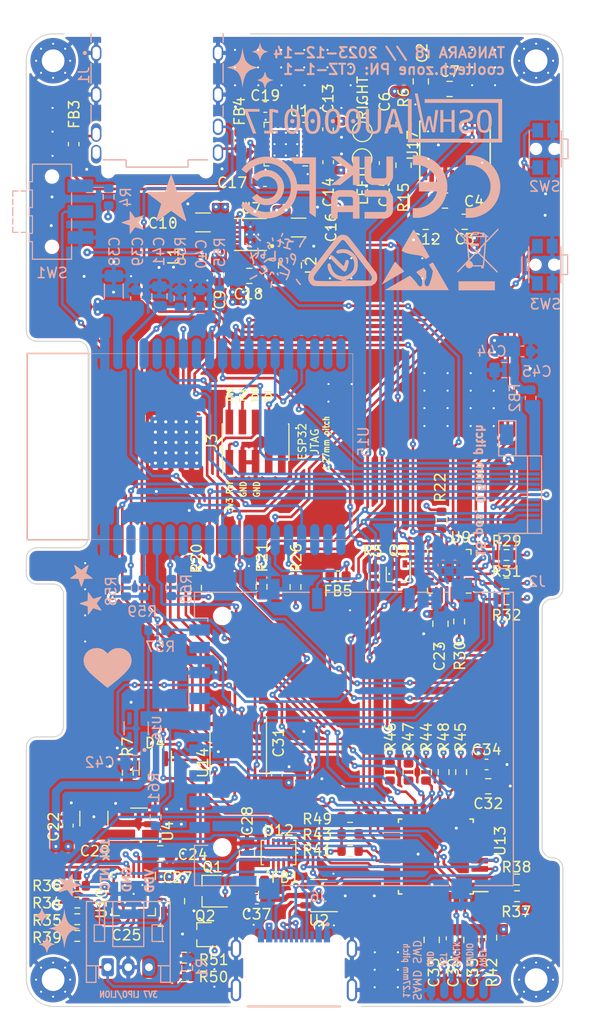
<source format=kicad_pcb>
(kicad_pcb (version 20221018) (generator pcbnew)

  (general
    (thickness 1.566672)
  )

  (paper "A4")
  (title_block
    (comment 4 "AISLER Project ID: ATEUINQR")
  )

  (layers
    (0 "F.Cu" signal)
    (1 "In1.Cu" signal)
    (2 "In2.Cu" signal)
    (31 "B.Cu" signal)
    (32 "B.Adhes" user "B.Adhesive")
    (33 "F.Adhes" user "F.Adhesive")
    (34 "B.Paste" user)
    (35 "F.Paste" user)
    (36 "B.SilkS" user "B.Silkscreen")
    (37 "F.SilkS" user "F.Silkscreen")
    (38 "B.Mask" user)
    (39 "F.Mask" user)
    (40 "Dwgs.User" user "User.Drawings")
    (41 "Cmts.User" user "User.Comments")
    (42 "Eco1.User" user "User.Eco1")
    (43 "Eco2.User" user "User.Eco2")
    (44 "Edge.Cuts" user)
    (45 "Margin" user)
    (46 "B.CrtYd" user "B.Courtyard")
    (47 "F.CrtYd" user "F.Courtyard")
    (48 "B.Fab" user)
    (49 "F.Fab" user)
    (50 "User.1" user)
    (51 "User.2" user)
    (52 "User.3" user)
    (53 "User.4" user)
    (54 "User.5" user)
    (55 "User.6" user)
    (56 "User.7" user)
    (57 "User.8" user)
    (58 "User.9" user)
  )

  (setup
    (stackup
      (layer "F.SilkS" (type "Top Silk Screen") (color "White"))
      (layer "F.Paste" (type "Top Solder Paste"))
      (layer "F.Mask" (type "Top Solder Mask") (color "Purple") (thickness 0.0254))
      (layer "F.Cu" (type "copper") (thickness 0.04318))
      (layer "dielectric 1" (type "prepreg") (thickness 0.202184) (material "FR408-HR") (epsilon_r 3.69) (loss_tangent 0.0091))
      (layer "In1.Cu" (type "copper") (thickness 0.017272))
      (layer "dielectric 2" (type "core") (thickness 0.9906) (material "FR408-HR") (epsilon_r 3.69) (loss_tangent 0.0091))
      (layer "In2.Cu" (type "copper") (thickness 0.017272))
      (layer "dielectric 3" (type "prepreg") (thickness 0.202184) (material "FR408-HR") (epsilon_r 3.69) (loss_tangent 0.0091))
      (layer "B.Cu" (type "copper") (thickness 0.04318))
      (layer "B.Mask" (type "Bottom Solder Mask") (color "Purple") (thickness 0.0254))
      (layer "B.Paste" (type "Bottom Solder Paste"))
      (layer "B.SilkS" (type "Bottom Silk Screen") (color "White"))
      (copper_finish "None")
      (dielectric_constraints no)
    )
    (pad_to_mask_clearance 0)
    (aux_axis_origin 117.25 51)
    (pcbplotparams
      (layerselection 0x00010fc_ffffffff)
      (plot_on_all_layers_selection 0x0000000_00000000)
      (disableapertmacros false)
      (usegerberextensions true)
      (usegerberattributes true)
      (usegerberadvancedattributes true)
      (creategerberjobfile true)
      (dashed_line_dash_ratio 12.000000)
      (dashed_line_gap_ratio 3.000000)
      (svgprecision 6)
      (plotframeref false)
      (viasonmask false)
      (mode 1)
      (useauxorigin false)
      (hpglpennumber 1)
      (hpglpenspeed 20)
      (hpglpendiameter 15.000000)
      (dxfpolygonmode true)
      (dxfimperialunits true)
      (dxfusepcbnewfont true)
      (psnegative false)
      (psa4output false)
      (plotreference true)
      (plotvalue true)
      (plotinvisibletext false)
      (sketchpadsonfab false)
      (subtractmaskfromsilk false)
      (outputformat 1)
      (mirror false)
      (drillshape 0)
      (scaleselection 1)
      (outputdirectory "gerbers2")
    )
  )

  (net 0 "")
  (net 1 "GND")
  (net 2 "/ESP_EN")
  (net 3 "BAT_LEVEL")
  (net 4 "SYS_POWER")
  (net 5 "USB.DP")
  (net 6 "USB.DN")
  (net 7 "3.5mm_DETECT")
  (net 8 "/JTAG.TMS")
  (net 9 "/JTAG.TCK")
  (net 10 "/JTAG.TDO")
  (net 11 "/JTAG.TDI")
  (net 12 "/SWD.SWDIO")
  (net 13 "/SWD.SWCLK")
  (net 14 "/SWD.RESET")
  (net 15 "/Power/NTC")
  (net 16 "~{CHG_PWR_OK}")
  (net 17 "I2C.SCL")
  (net 18 "VBUS")
  (net 19 "I2C.SDA")
  (net 20 "ESP_SPI.PICO")
  (net 21 "/Peripherals/~{DISPLAY_RST}")
  (net 22 "ESP_SPI.SCLK")
  (net 23 "ESP_SPI.DISPLAY_CS")
  (net 24 "DISPLAY_LED_EN")
  (net 25 "/ESP_BOOT")
  (net 26 "~{SD_VDD_EN}")
  (net 27 "/UART.ESP.TX")
  (net 28 "ESP_SPI.POCI")
  (net 29 "DAC.DATA")
  (net 30 "DAC.BCK")
  (net 31 "ESP_SPI.SD_CS")
  (net 32 "DAC.LRCK")
  (net 33 "SAMD_SPI.POCI")
  (net 34 "/UART.ESP.RX")
  (net 35 "SAMD_SPI.CS")
  (net 36 "SAMD_SPI.PICO")
  (net 37 "/~{SAMD_INT}")
  (net 38 "SAMD_SPI.SCLK")
  (net 39 "CHG_SEL")
  (net 40 "AMP_EN")
  (net 41 "/Power/VBUS_SWITCHED")
  (net 42 "~{GPIO_INT}")
  (net 43 "USB_TCC0")
  (net 44 "USB_TCC1")
  (net 45 "KEY_LOCK")
  (net 46 "CHG_STAT1")
  (net 47 "CHG_STAT2")
  (net 48 "~{TOUCH_INT}")
  (net 49 "DISPLAY_DR")
  (net 50 "+3V3")
  (net 51 "+5VA")
  (net 52 "-5VA")
  (net 53 "KEY_VOL_UP")
  (net 54 "Net-(J7-Pin_3)")
  (net 55 "Net-(U1B-+)")
  (net 56 "KEY_VOL_DOWN")
  (net 57 "Net-(J4-CD{slash}DAT3)")
  (net 58 "Net-(J4-CMD)")
  (net 59 "Net-(J4-CLK)")
  (net 60 "Net-(J4-DAT0)")
  (net 61 "Net-(J4-DAT1)")
  (net 62 "Net-(J4-DAT2)")
  (net 63 "unconnected-(J1-Pad6)")
  (net 64 "Net-(J6-CC1)")
  (net 65 "Net-(U13-VDDCORE)")
  (net 66 "unconnected-(J3-UART_TX-Pad7)")
  (net 67 "unconnected-(J3-UART_RX-Pad9)")
  (net 68 "unconnected-(J3-nRst-Pad10)")
  (net 69 "unconnected-(J6-SBU1-PadA8)")
  (net 70 "unconnected-(J6-SBU2-PadB8)")
  (net 71 "Net-(U7-SWN)")
  (net 72 "Net-(U7-SWP)")
  (net 73 "Net-(Q1-G)")
  (net 74 "Net-(U1A-+)")
  (net 75 "Net-(U1A--)")
  (net 76 "Net-(C17-Pad2)")
  (net 77 "Net-(U1B--)")
  (net 78 "Net-(C19-Pad2)")
  (net 79 "Net-(U14E-~{OE})")
  (net 80 "Net-(U14E-S)")
  (net 81 "SYS_PWR_EN_SAMD")
  (net 82 "Net-(U10-CE)")
  (net 83 "Net-(U10-PROG3)")
  (net 84 "Net-(U10-PROG2)")
  (net 85 "Net-(U10-PROG1)")
  (net 86 "unconnected-(U1C-NC-Pad4)")
  (net 87 "unconnected-(U1-Pad6)")
  (net 88 "unconnected-(U1-Pad7)")
  (net 89 "unconnected-(U1-Pad8)")
  (net 90 "unconnected-(U1C-NC-Pad15)")
  (net 91 "unconnected-(U12-ORIENT-Pad8)")
  (net 92 "unconnected-(U12-SWMONI-Pad9)")
  (net 93 "unconnected-(U15-I39{slash}NOINT-Pad5)")
  (net 94 "unconnected-(U15-SHD{slash}SD2-Pad17)")
  (net 95 "unconnected-(U15-SWP{slash}SD3-Pad18)")
  (net 96 "unconnected-(U15-SCS{slash}CMD-Pad19)")
  (net 97 "unconnected-(U15-SCK{slash}CLK-Pad20)")
  (net 98 "unconnected-(U15-SDO{slash}SD0-Pad21)")
  (net 99 "unconnected-(U15-SDI{slash}SD1-Pad22)")
  (net 100 "unconnected-(U15-IO16-Pad27)")
  (net 101 "unconnected-(U15-IO17-Pad28)")
  (net 102 "unconnected-(U15-NC-Pad32)")
  (net 103 "Net-(J2-Pin_13)")
  (net 104 "Net-(FB3-Pad2)")
  (net 105 "Net-(FB4-Pad2)")
  (net 106 "Net-(J4-VDD)")
  (net 107 "unconnected-(U16-NC-Pad4)")
  (net 108 "Net-(SW1-C)")
  (net 109 "Net-(Q1-S)")
  (net 110 "DAC.MCK")
  (net 111 "SD_CD")
  (net 112 "Net-(U17-CPCA)")
  (net 113 "Net-(U17-CPCB)")
  (net 114 "unconnected-(U1-Pad1)")
  (net 115 "Net-(U17-VMID)")
  (net 116 "Net-(U17-CPVOUTN)")
  (net 117 "unconnected-(U1-Pad23)")
  (net 118 "Net-(U17-LINEVOUTL)")
  (net 119 "Net-(U17-LINEVOUTR)")
  (net 120 "unconnected-(U1-Pad24)")
  (net 121 "unconnected-(U17-ZFLAG-Pad7)")
  (net 122 "unconnected-(U9-IO0_6-Pad7)")
  (net 123 "Net-(Q3-G)")
  (net 124 "unconnected-(U9-IO1_5-Pad15)")
  (net 125 "unconnected-(U9-IO1_6-Pad16)")
  (net 126 "unconnected-(U9-IO1_7-Pad17)")
  (net 127 "Net-(U4-EN)")
  (net 128 "unconnected-(U4-NC-Pad4)")
  (net 129 "unconnected-(U13-PA06-Pad7)")
  (net 130 "unconnected-(U13-PA27-Pad25)")
  (net 131 "unconnected-(U13-PA28-Pad27)")
  (net 132 "Net-(Q2-D)")
  (net 133 "Net-(J6-CC2)")
  (net 134 "unconnected-(U13-PA07-Pad8)")
  (net 135 "unconnected-(U9-IO1_3-Pad13)")
  (net 136 "Net-(J6-DP-PadA6)")
  (net 137 "Net-(J6-DN-PadA7)")
  (net 138 "AMP_MUTE")

  (footprint "Package_TO_SOT_SMD:TSOT-23" (layer "F.Cu") (at 135.476849 134.455179 180))

  (footprint "Package_TO_SOT_SMD:SOT-23-5" (layer "F.Cu") (at 128.415497 127.954481 180))

  (footprint "footprints:MountingHole_2.2mm_M2_Pad_Via2" (layer "F.Cu") (at 166.9 143))

  (footprint "Inductor_SMD:L_1008_2520Metric" (layer "F.Cu") (at 133.801417 72.973879 90))

  (footprint "Capacitor_SMD:C_0805_2012Metric" (layer "F.Cu") (at 130.473198 130.774567))

  (footprint "Resistor_SMD:R_0603_1608Metric" (layer "F.Cu") (at 122.434189 137.149989 180))

  (footprint "Resistor_SMD:R_0603_1608Metric" (layer "F.Cu") (at 151.198456 103.968297 -90))

  (footprint "footprints:QFN-20-1EP_4x4mm_P0.5mm_EP2.5x2.5mm_ThermalVias2" (layer "F.Cu") (at 127.902083 134.695156 -90))

  (footprint "Capacitor_SMD:C_0805_2012Metric" (layer "F.Cu") (at 130.529632 138.571066))

  (footprint "Capacitor_SMD:C_0603_1608Metric" (layer "F.Cu") (at 152.216943 60.416276 -90))

  (footprint "Package_DFN_QFN:HVQFN-24-1EP_4x4mm_P0.5mm_EP2.1x2.1mm" (layer "F.Cu") (at 158.484595 103.47166 180))

  (footprint "Package_TO_SOT_SMD:SOT-23" (layer "F.Cu") (at 130.000805 122.549717 -90))

  (footprint "Resistor_SMD:R_0603_1608Metric" (layer "F.Cu") (at 148.873745 127.25515))

  (footprint "Capacitor_SMD:C_0603_1608Metric" (layer "F.Cu") (at 136.172745 74.724126 -90))

  (footprint "Resistor_SMD:R_0603_1608Metric" (layer "F.Cu") (at 165.049071 134.922126 180))

  (footprint "Resistor_SMD:R_0603_1608Metric" (layer "F.Cu") (at 159.445045 108.327463 90))

  (footprint "Capacitor_SMD:C_0603_1608Metric" (layer "F.Cu") (at 121.530086 128.089529 90))

  (footprint "Package_TO_SOT_SMD:SOT-323_SC-70" (layer "F.Cu") (at 153.539681 103.751753 -90))

  (footprint "Capacitor_SMD:C_0603_1608Metric" (layer "F.Cu") (at 146.738191 60.685697 -90))

  (footprint "Resistor_SMD:R_0603_1608Metric" (layer "F.Cu") (at 165.050103 133.305697 180))

  (footprint "Capacitor_SMD:C_0603_1608Metric" (layer "F.Cu") (at 152.216095 63.952058 90))

  (footprint "footprints:BD91N01NUX-E2" (layer "F.Cu") (at 141.938445 130.694772 90))

  (footprint "Capacitor_SMD:C_0805_2012Metric" (layer "F.Cu") (at 159.982062 69.634671 180))

  (footprint "Resistor_SMD:R_0603_1608Metric" (layer "F.Cu") (at 122.434189 138.766966 180))

  (footprint "Capacitor_SMD:C_0805_2012Metric" (layer "F.Cu") (at 156.782387 139.153476 90))

  (footprint "Inductor_SMD:L_0603_1608Metric" (layer "F.Cu") (at 139.793489 133.408759 180))

  (footprint "Resistor_SMD:R_0603_1608Metric" (layer "F.Cu") (at 148.873745 130.546956))

  (footprint "Resistor_SMD:R_0805_2012Metric" (layer "F.Cu") (at 154.05507 60.232017 -90))

  (footprint "Capacitor_SMD:C_0603_1608Metric" (layer "F.Cu") (at 140.620589 65.704592 180))

  (footprint "Capacitor_SMD:C_0805_2012Metric" (layer "F.Cu") (at 132.103885 135.401996 -90))

  (footprint "Capacitor_SMD:C_0603_1608Metric" (layer "F.Cu") (at 139.845147 135.157118 180))

  (footprint "Resistor_SMD:R_0603_1608Metric" (layer "F.Cu") (at 157.736387 98.523188 90))

  (footprint "Capacitor_SMD:C_0805_2012Metric" (layer "F.Cu") (at 139.111897 74.874786))

  (footprint "Resistor_SMD:R_0603_1608Metric" (layer "F.Cu") (at 122.439406 135.533013))

  (footprint "Resistor_SMD:R_0603_1608Metric" (layer "F.Cu") (at 132.78644 140.877326))

  (footprint "Inductor_SMD:L_1008_2520Metric" (layer "F.Cu") (at 143.044904 73.86026 -90))

  (footprint "Capacitor_SMD:C_0805_2012Metric" (layer "F.Cu") (at 156.207041 69.648592 180))

  (footprint "Capacitor_SMD:C_0805_2012Metric" (layer "F.Cu") (at 158.07357 67.582319 180))

  (footprint "Resistor_SMD:R_0603_1608Metric" (layer "F.Cu") (at 162.554135 138.938126 -90))

  (footprint "Package_SO:TSSOP-16_4.4x5mm_P0.65mm" (layer "F.Cu") (at 138.037154 121.127252 -90))

  (footprint "Capacitor_SMD:C_0805_2012Metric" (layer "F.Cu") (at 158.513691 56.778764))

  (footprint "Inductor_SMD:L_0603_1608Metric" (layer "F.Cu") (at 138.136435 61.76766 -90))

  (footprint "Resistor_SMD:R_0603_1608Metric" (layer "F.Cu") (at 133.941895 105.064074 90))

  (footprint "Resistor_SMD:R_0603_1608Metric" (layer "F.Cu") (at 143.585559 104.993281 90))

  (footprint "Resistor_SMD:R_0603_1608Metric" (layer "F.Cu") (at 140.296114 104.976392 90))

  (footprint "Package_TO_SOT_SMD:SOT-23-6" (layer "F.Cu")
    (tstamp 98c16f2b-77bb-43d5-908d-2856eeb3b2ec)
    (at 145.845749 134.861076 180)
    (descr "SOT, 6 Pin (https://www.jedec.org/sites/default/files/docs/Mo-178c.PDF variant AB), generated with kicad-footprint-generator ipc_gullwing_generator.py")
    (tags "SOT TO_SOT_SMD")
    (property "MPN" "USBLC6-2SC6")
    (property "Sheetfile" "power.kicad_sch")
    (property "Sheetname" "Power")
    (property "ki_description" "Very low capacitance ESD protection diode, 2 data-line, SOT-23-6")
    (property "ki_keywords" "usb ethernet video")
    (path "/3e1bbe1f-2b0b-4dc2-a25f-c37315228fda/0c593d95-d021-4454-ae4f-36918ae6b686")
    (attr smd)
    (fp_text reference "U2" (at 0 -2.4) (layer "F.SilkS")
        (effects (font (size 1 1) (thickness 0.15)))
      (tstamp fb3c9ba8-d984-4e3f-828c-351ed15296b5)
    )
    (fp_text value "USBLC6-2SC6" (at 0 2.4) (layer "F.Fab")
        (effects (font (size 1 1) (thickness 0.15)))
      (tstamp ace24739-ef5d-4768-b649-b0a285b6e1c5)
    )
    (fp_text user "${REFERENCE}" (at 0 0) (layer "F.Fab")
        (effects (font (size 0.4 0.4) (thickness 0.06)))
      (tstamp c3d98806-46e3-44f7-8a65-1b6f4b58dcd1)
    )
    (fp_line (start 0 -1.56) (end -1.8 -1.56)
      (stroke (width 0.12) (type solid)) (layer "F.SilkS") (tstamp eaf5eda0-6e83-4661-bd3b-f0f26059735b))
    (fp_line (start 0 -1.56) (end 0.8 -1.56)
      (stroke (width 0.12) (type solid)) (layer "F.SilkS") (tstamp 2cc74184-c9db-49d2-9c5a-51879f6693e2))
    (fp_line (start 0 1.56) (end -0.8 1.56)
      (stroke (width 0.12) (type solid)) (layer "F.SilkS") (tstamp 7066af6d-7552-4607-8b96-727e3cbc8f62))
    (fp_line (start 0 1.56) (end 0.8 1.56)
      (stroke (width 0.12) (type solid)) (layer "F.SilkS") (tstamp 4f6d4b74-dc71-4cf0-9d48-f1e62976961f))
    (fp_line (start -2.05 -1.7) (end -2.05 1.7)
      (stroke (width 0.05) (type solid)) (layer "F.CrtYd") (tstamp 23ef1045-b9eb-42ab-8c01-f4e3e8347144))
    (fp_line (start -2.05 1.7) (end 2.05 1.7)
      (stroke (width 0.05) (type solid)) (layer "F.CrtYd") (tstamp ddb598d8-a83e-4371-a7a3-496ee11a672e))
    (fp_line (start 2.05 -1.7) (end -2.05 -1.7)
      (stroke (width 0.05) (type solid)) (layer "F.CrtYd") (tstamp ecfe948c-e1d1-4321-8338-610759f29c91))
    (fp_line (start 2.05 1.7) (end 2.05 -1.7)
      (stroke (width 0.05) (type solid)) (layer "F.CrtYd") (tstamp fa7c5f7c-ab2b-4d50-9b23-deddaa58df6c))
    (fp_line (start -0.8 -1.05) (end -0.4 -1.45)
      (stroke (width 0.1) (type solid)) (layer "F.Fab") (tstamp 1a85b34f-7026-42d6-8c62-11e8d01987e0))
    (fp_line (start -0.8 1.45) (end -0.8 -1.05)
      (stroke (width 0.1) (type solid)) (layer "F.Fab") (tstamp a5dfe8e
... [3730625 chars truncated]
</source>
